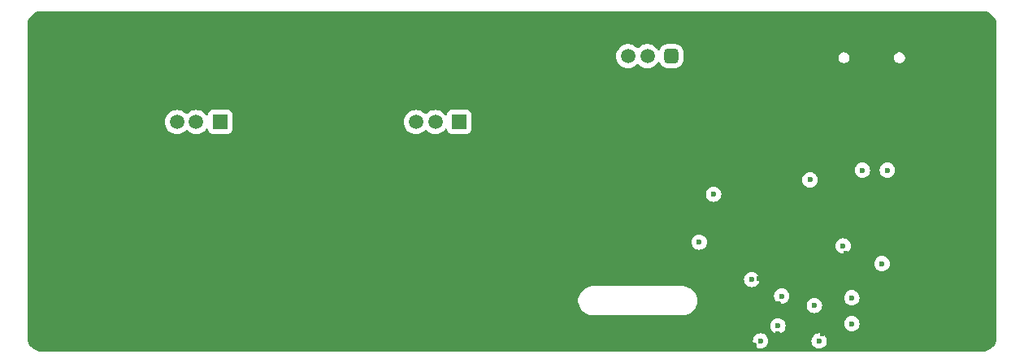
<source format=gbr>
%TF.GenerationSoftware,KiCad,Pcbnew,8.0.4*%
%TF.CreationDate,2024-10-24T20:47:50-05:00*%
%TF.ProjectId,numlocked_HUB,6e756d6c-6f63-46b6-9564-5f4855422e6b,rev?*%
%TF.SameCoordinates,Original*%
%TF.FileFunction,Copper,L2,Inr*%
%TF.FilePolarity,Positive*%
%FSLAX46Y46*%
G04 Gerber Fmt 4.6, Leading zero omitted, Abs format (unit mm)*
G04 Created by KiCad (PCBNEW 8.0.4) date 2024-10-24 20:47:50*
%MOMM*%
%LPD*%
G01*
G04 APERTURE LIST*
G04 Aperture macros list*
%AMRoundRect*
0 Rectangle with rounded corners*
0 $1 Rounding radius*
0 $2 $3 $4 $5 $6 $7 $8 $9 X,Y pos of 4 corners*
0 Add a 4 corners polygon primitive as box body*
4,1,4,$2,$3,$4,$5,$6,$7,$8,$9,$2,$3,0*
0 Add four circle primitives for the rounded corners*
1,1,$1+$1,$2,$3*
1,1,$1+$1,$4,$5*
1,1,$1+$1,$6,$7*
1,1,$1+$1,$8,$9*
0 Add four rect primitives between the rounded corners*
20,1,$1+$1,$2,$3,$4,$5,0*
20,1,$1+$1,$4,$5,$6,$7,0*
20,1,$1+$1,$6,$7,$8,$9,0*
20,1,$1+$1,$8,$9,$2,$3,0*%
G04 Aperture macros list end*
%TA.AperFunction,ComponentPad*%
%ADD10C,4.400000*%
%TD*%
%TA.AperFunction,ComponentPad*%
%ADD11O,1.000000X2.100000*%
%TD*%
%TA.AperFunction,ComponentPad*%
%ADD12O,1.000000X1.800000*%
%TD*%
%TA.AperFunction,ComponentPad*%
%ADD13R,1.508000X1.508000*%
%TD*%
%TA.AperFunction,ComponentPad*%
%ADD14C,1.508000*%
%TD*%
%TA.AperFunction,ComponentPad*%
%ADD15C,3.396000*%
%TD*%
%TA.AperFunction,ComponentPad*%
%ADD16RoundRect,0.377000X0.377000X0.377000X-0.377000X0.377000X-0.377000X-0.377000X0.377000X-0.377000X0*%
%TD*%
%TA.AperFunction,ComponentPad*%
%ADD17C,3.340000*%
%TD*%
%TA.AperFunction,ViaPad*%
%ADD18C,0.600000*%
%TD*%
%TA.AperFunction,ViaPad*%
%ADD19C,0.700000*%
%TD*%
G04 APERTURE END LIST*
D10*
%TO.N,GND*%
%TO.C,H3*%
X92000000Y-42500000D03*
%TD*%
%TO.N,GND*%
%TO.C,H6*%
X92000000Y-71000000D03*
%TD*%
D11*
%TO.N,GND*%
%TO.C,J1*%
X180797500Y-44380000D03*
X172157500Y-44380000D03*
D12*
X180797500Y-40200000D03*
X172157500Y-40200000D03*
%TD*%
D13*
%TO.N,+5V*%
%TO.C,J3*%
X133500000Y-50570000D03*
D14*
%TO.N,/USB_DOWN2_N*%
X131000000Y-50570000D03*
%TO.N,/USB_DOWN2_P*%
X129000000Y-50570000D03*
%TO.N,GND*%
X126500000Y-50570000D03*
D15*
X136570000Y-47860000D03*
X123430000Y-47860000D03*
%TD*%
D10*
%TO.N,GND*%
%TO.C,H4*%
X186000000Y-71000000D03*
%TD*%
D13*
%TO.N,+5V*%
%TO.C,J4*%
X108600000Y-50570000D03*
D14*
%TO.N,/USB_DOWN4_N*%
X106100000Y-50570000D03*
%TO.N,/USB_DOWN4_P*%
X104100000Y-50570000D03*
%TO.N,GND*%
X101600000Y-50570000D03*
D15*
X111670000Y-47860000D03*
X98530000Y-47860000D03*
%TD*%
D10*
%TO.N,GND*%
%TO.C,H1*%
X186000000Y-42500000D03*
%TD*%
%TO.N,GND*%
%TO.C,H2*%
X141300000Y-52400000D03*
%TD*%
%TO.N,GND*%
%TO.C,H2*%
X166000000Y-42500000D03*
%TD*%
D16*
%TO.N,+5V*%
%TO.C,J2*%
X155600000Y-43705000D03*
D14*
%TO.N,/USB_DOWN1_N*%
X153100000Y-43705000D03*
%TO.N,/USB_DOWN1_P*%
X151100000Y-43705000D03*
%TO.N,GND*%
X148600000Y-43705000D03*
D17*
X158670000Y-46415000D03*
X152100000Y-49915000D03*
X145530000Y-46415000D03*
%TD*%
D18*
%TO.N,GND*%
X154029677Y-65801303D03*
X152850000Y-65800000D03*
X154000000Y-64400000D03*
D19*
X117750000Y-57950000D03*
X159500000Y-64700000D03*
X166800000Y-61500000D03*
X161000000Y-55600000D03*
X92200000Y-59700000D03*
X119650000Y-57950000D03*
X175400000Y-66100000D03*
X92200000Y-55900000D03*
D18*
X178500000Y-49500000D03*
X186000000Y-60800000D03*
X171100000Y-67500000D03*
D19*
X175200000Y-62600000D03*
X103600000Y-43900000D03*
D18*
X171382417Y-72650000D03*
D19*
X166800000Y-63900000D03*
X162550000Y-55650000D03*
D18*
X186200000Y-55900000D03*
X186100000Y-65700000D03*
X164224008Y-73827830D03*
D19*
X162200000Y-48790000D03*
X165600000Y-62700000D03*
X126500000Y-48300000D03*
X168000000Y-62700000D03*
X165400000Y-53400000D03*
D18*
X183600000Y-60800000D03*
D19*
X92200000Y-57800000D03*
X168000000Y-61500000D03*
X159700000Y-59700000D03*
X148900000Y-66000000D03*
D18*
X165100000Y-57000000D03*
D19*
X168436999Y-56869581D03*
D18*
X163800000Y-65500000D03*
D19*
X165600000Y-63900000D03*
X171891637Y-56204519D03*
D18*
X166800011Y-69499989D03*
D19*
X105500000Y-43900000D03*
D18*
X167570487Y-70365000D03*
D19*
X101700000Y-43900000D03*
D18*
X164762767Y-66866989D03*
D19*
X170600000Y-48200000D03*
X115850000Y-57950000D03*
X126500000Y-52500000D03*
X163550000Y-47900000D03*
X161000000Y-49490000D03*
D18*
X166700000Y-72640274D03*
D19*
X128400000Y-48300000D03*
D18*
X175200000Y-60800000D03*
X181125000Y-49100000D03*
D19*
X101600000Y-52300000D03*
D18*
X175200000Y-59100000D03*
D19*
X165600000Y-61500000D03*
D18*
X173819879Y-64240783D03*
D19*
X130300000Y-48300000D03*
X168000000Y-63900000D03*
D18*
%TO.N,+5V*%
X178100000Y-55600000D03*
X171000000Y-73400000D03*
X175500000Y-55600000D03*
X170500000Y-69700000D03*
X164900000Y-73400000D03*
X174400000Y-68900000D03*
%TO.N,+3V3*%
X174400000Y-71600000D03*
X166700000Y-71840271D03*
X177550000Y-65350000D03*
X158500000Y-63100000D03*
X167100640Y-68724509D03*
X173500000Y-63500000D03*
X163973900Y-67000000D03*
X170052781Y-56608819D03*
X160000000Y-58100000D03*
%TD*%
%TA.AperFunction,Conductor*%
%TO.N,GND*%
G36*
X188004418Y-39000816D02*
G01*
X188204561Y-39015130D01*
X188222063Y-39017647D01*
X188413797Y-39059355D01*
X188430755Y-39064334D01*
X188614609Y-39132909D01*
X188630701Y-39140259D01*
X188802904Y-39234288D01*
X188817784Y-39243849D01*
X188974867Y-39361441D01*
X188988237Y-39373027D01*
X189126972Y-39511762D01*
X189138558Y-39525132D01*
X189256146Y-39682210D01*
X189265711Y-39697095D01*
X189359740Y-39869298D01*
X189367090Y-39885390D01*
X189435662Y-40069236D01*
X189440646Y-40086212D01*
X189482351Y-40277931D01*
X189484869Y-40295442D01*
X189499184Y-40495580D01*
X189499500Y-40504427D01*
X189499500Y-72995572D01*
X189499184Y-73004419D01*
X189484869Y-73204557D01*
X189482351Y-73222068D01*
X189440646Y-73413787D01*
X189435662Y-73430763D01*
X189367090Y-73614609D01*
X189359740Y-73630701D01*
X189265711Y-73802904D01*
X189256146Y-73817789D01*
X189138558Y-73974867D01*
X189126972Y-73988237D01*
X188988237Y-74126972D01*
X188974867Y-74138558D01*
X188817789Y-74256146D01*
X188802904Y-74265711D01*
X188630701Y-74359740D01*
X188614609Y-74367090D01*
X188430763Y-74435662D01*
X188413787Y-74440646D01*
X188222068Y-74482351D01*
X188204557Y-74484869D01*
X188023779Y-74497799D01*
X188004417Y-74499184D01*
X187995572Y-74499500D01*
X90004428Y-74499500D01*
X89995582Y-74499184D01*
X89973622Y-74497613D01*
X89795442Y-74484869D01*
X89777931Y-74482351D01*
X89586212Y-74440646D01*
X89569236Y-74435662D01*
X89385390Y-74367090D01*
X89369298Y-74359740D01*
X89197095Y-74265711D01*
X89182210Y-74256146D01*
X89025132Y-74138558D01*
X89011762Y-74126972D01*
X88873027Y-73988237D01*
X88861441Y-73974867D01*
X88743849Y-73817784D01*
X88734288Y-73802904D01*
X88640259Y-73630701D01*
X88632909Y-73614609D01*
X88564334Y-73430755D01*
X88559355Y-73413797D01*
X88556353Y-73399996D01*
X164094435Y-73399996D01*
X164094435Y-73400003D01*
X164114630Y-73579249D01*
X164114631Y-73579254D01*
X164174211Y-73749523D01*
X164207753Y-73802904D01*
X164270184Y-73902262D01*
X164397738Y-74029816D01*
X164550478Y-74125789D01*
X164586970Y-74138558D01*
X164720745Y-74185368D01*
X164720750Y-74185369D01*
X164899996Y-74205565D01*
X164900000Y-74205565D01*
X164900004Y-74205565D01*
X165079249Y-74185369D01*
X165079252Y-74185368D01*
X165079255Y-74185368D01*
X165249522Y-74125789D01*
X165402262Y-74029816D01*
X165529816Y-73902262D01*
X165625789Y-73749522D01*
X165685368Y-73579255D01*
X165705565Y-73400000D01*
X165705565Y-73399996D01*
X170194435Y-73399996D01*
X170194435Y-73400003D01*
X170214630Y-73579249D01*
X170214631Y-73579254D01*
X170274211Y-73749523D01*
X170307753Y-73802904D01*
X170370184Y-73902262D01*
X170497738Y-74029816D01*
X170650478Y-74125789D01*
X170686970Y-74138558D01*
X170820745Y-74185368D01*
X170820750Y-74185369D01*
X170999996Y-74205565D01*
X171000000Y-74205565D01*
X171000004Y-74205565D01*
X171179249Y-74185369D01*
X171179252Y-74185368D01*
X171179255Y-74185368D01*
X171349522Y-74125789D01*
X171502262Y-74029816D01*
X171629816Y-73902262D01*
X171725789Y-73749522D01*
X171785368Y-73579255D01*
X171805565Y-73400000D01*
X171785517Y-73222068D01*
X171785369Y-73220750D01*
X171785368Y-73220745D01*
X171725788Y-73050476D01*
X171629815Y-72897737D01*
X171502262Y-72770184D01*
X171349523Y-72674211D01*
X171179254Y-72614631D01*
X171179249Y-72614630D01*
X171000004Y-72594435D01*
X170999996Y-72594435D01*
X170820750Y-72614630D01*
X170820745Y-72614631D01*
X170650476Y-72674211D01*
X170497737Y-72770184D01*
X170370184Y-72897737D01*
X170274211Y-73050476D01*
X170214631Y-73220745D01*
X170214630Y-73220750D01*
X170194435Y-73399996D01*
X165705565Y-73399996D01*
X165685517Y-73222068D01*
X165685369Y-73220750D01*
X165685368Y-73220745D01*
X165625788Y-73050476D01*
X165529815Y-72897737D01*
X165402262Y-72770184D01*
X165249523Y-72674211D01*
X165079254Y-72614631D01*
X165079249Y-72614630D01*
X164900004Y-72594435D01*
X164899996Y-72594435D01*
X164720750Y-72614630D01*
X164720745Y-72614631D01*
X164550476Y-72674211D01*
X164397737Y-72770184D01*
X164270184Y-72897737D01*
X164174211Y-73050476D01*
X164114631Y-73220745D01*
X164114630Y-73220750D01*
X164094435Y-73399996D01*
X88556353Y-73399996D01*
X88517647Y-73222063D01*
X88515130Y-73204556D01*
X88500816Y-73004418D01*
X88500500Y-72995572D01*
X88500500Y-71840267D01*
X165894435Y-71840267D01*
X165894435Y-71840274D01*
X165914630Y-72019520D01*
X165914631Y-72019525D01*
X165974211Y-72189794D01*
X165999359Y-72229816D01*
X166070184Y-72342533D01*
X166197738Y-72470087D01*
X166350478Y-72566060D01*
X166489283Y-72614630D01*
X166520745Y-72625639D01*
X166520750Y-72625640D01*
X166699996Y-72645836D01*
X166700000Y-72645836D01*
X166700004Y-72645836D01*
X166879249Y-72625640D01*
X166879252Y-72625639D01*
X166879255Y-72625639D01*
X167049522Y-72566060D01*
X167202262Y-72470087D01*
X167329816Y-72342533D01*
X167425789Y-72189793D01*
X167485368Y-72019526D01*
X167485369Y-72019520D01*
X167505565Y-71840274D01*
X167505565Y-71840267D01*
X167485369Y-71661021D01*
X167485368Y-71661016D01*
X167464019Y-71600003D01*
X167464017Y-71599996D01*
X173594435Y-71599996D01*
X173594435Y-71600003D01*
X173614630Y-71779249D01*
X173614631Y-71779254D01*
X173674211Y-71949523D01*
X173718197Y-72019525D01*
X173770184Y-72102262D01*
X173897738Y-72229816D01*
X174050478Y-72325789D01*
X174098330Y-72342533D01*
X174220745Y-72385368D01*
X174220750Y-72385369D01*
X174399996Y-72405565D01*
X174400000Y-72405565D01*
X174400004Y-72405565D01*
X174579249Y-72385369D01*
X174579252Y-72385368D01*
X174579255Y-72385368D01*
X174749522Y-72325789D01*
X174902262Y-72229816D01*
X175029816Y-72102262D01*
X175125789Y-71949522D01*
X175185368Y-71779255D01*
X175198690Y-71661021D01*
X175205565Y-71600003D01*
X175205565Y-71599996D01*
X175185369Y-71420750D01*
X175185368Y-71420745D01*
X175125788Y-71250476D01*
X175029815Y-71097737D01*
X174902262Y-70970184D01*
X174749523Y-70874211D01*
X174579254Y-70814631D01*
X174579249Y-70814630D01*
X174400004Y-70794435D01*
X174399996Y-70794435D01*
X174220750Y-70814630D01*
X174220745Y-70814631D01*
X174050476Y-70874211D01*
X173897737Y-70970184D01*
X173770184Y-71097737D01*
X173674211Y-71250476D01*
X173614631Y-71420745D01*
X173614630Y-71420750D01*
X173594435Y-71599996D01*
X167464017Y-71599996D01*
X167425789Y-71490749D01*
X167329816Y-71338009D01*
X167202262Y-71210455D01*
X167049523Y-71114482D01*
X166879254Y-71054902D01*
X166879249Y-71054901D01*
X166700004Y-71034706D01*
X166699996Y-71034706D01*
X166520750Y-71054901D01*
X166520745Y-71054902D01*
X166350476Y-71114482D01*
X166197737Y-71210455D01*
X166070184Y-71338008D01*
X165974211Y-71490747D01*
X165914631Y-71661016D01*
X165914630Y-71661021D01*
X165894435Y-71840267D01*
X88500500Y-71840267D01*
X88500500Y-69092682D01*
X145899500Y-69092682D01*
X145899500Y-69307317D01*
X145930044Y-69519764D01*
X145930047Y-69519774D01*
X145990517Y-69725715D01*
X146079672Y-69920938D01*
X146079679Y-69920951D01*
X146195720Y-70101514D01*
X146336275Y-70263724D01*
X146412550Y-70329816D01*
X146498487Y-70404281D01*
X146624662Y-70485368D01*
X146679048Y-70520320D01*
X146679061Y-70520327D01*
X146874284Y-70609482D01*
X146874288Y-70609483D01*
X146874290Y-70609484D01*
X147080231Y-70669954D01*
X147080232Y-70669954D01*
X147080235Y-70669955D01*
X147143584Y-70679062D01*
X147292682Y-70700500D01*
X147292683Y-70700500D01*
X156907317Y-70700500D01*
X156907318Y-70700500D01*
X157077851Y-70675980D01*
X157119764Y-70669955D01*
X157119765Y-70669954D01*
X157119769Y-70669954D01*
X157325710Y-70609484D01*
X157325713Y-70609482D01*
X157325715Y-70609482D01*
X157520938Y-70520327D01*
X157520944Y-70520323D01*
X157520950Y-70520321D01*
X157701513Y-70404281D01*
X157863724Y-70263724D01*
X158004281Y-70101513D01*
X158120321Y-69920950D01*
X158120323Y-69920944D01*
X158120327Y-69920938D01*
X158209482Y-69725715D01*
X158209482Y-69725713D01*
X158209484Y-69725710D01*
X158217034Y-69699996D01*
X169694435Y-69699996D01*
X169694435Y-69700003D01*
X169714630Y-69879249D01*
X169714631Y-69879254D01*
X169774211Y-70049523D01*
X169870184Y-70202262D01*
X169997738Y-70329816D01*
X170150478Y-70425789D01*
X170320745Y-70485368D01*
X170320750Y-70485369D01*
X170499996Y-70505565D01*
X170500000Y-70505565D01*
X170500004Y-70505565D01*
X170679249Y-70485369D01*
X170679252Y-70485368D01*
X170679255Y-70485368D01*
X170849522Y-70425789D01*
X171002262Y-70329816D01*
X171129816Y-70202262D01*
X171225789Y-70049522D01*
X171285368Y-69879255D01*
X171302668Y-69725715D01*
X171305565Y-69700003D01*
X171305565Y-69699996D01*
X171285369Y-69520750D01*
X171285368Y-69520745D01*
X171281565Y-69509877D01*
X171225789Y-69350478D01*
X171198668Y-69307316D01*
X171162354Y-69249522D01*
X171129816Y-69197738D01*
X171002262Y-69070184D01*
X170849523Y-68974211D01*
X170679254Y-68914631D01*
X170679249Y-68914630D01*
X170549362Y-68899996D01*
X173594435Y-68899996D01*
X173594435Y-68900003D01*
X173614630Y-69079249D01*
X173614631Y-69079254D01*
X173674211Y-69249523D01*
X173740063Y-69354325D01*
X173770184Y-69402262D01*
X173897738Y-69529816D01*
X174050478Y-69625789D01*
X174220745Y-69685368D01*
X174220750Y-69685369D01*
X174399996Y-69705565D01*
X174400000Y-69705565D01*
X174400004Y-69705565D01*
X174579249Y-69685369D01*
X174579252Y-69685368D01*
X174579255Y-69685368D01*
X174749522Y-69625789D01*
X174902262Y-69529816D01*
X175029816Y-69402262D01*
X175125789Y-69249522D01*
X175185368Y-69079255D01*
X175185369Y-69079249D01*
X175205565Y-68900003D01*
X175205565Y-68899996D01*
X175185369Y-68720750D01*
X175185368Y-68720745D01*
X175125788Y-68550476D01*
X175080908Y-68479050D01*
X175029816Y-68397738D01*
X174902262Y-68270184D01*
X174825971Y-68222247D01*
X174749523Y-68174211D01*
X174579254Y-68114631D01*
X174579249Y-68114630D01*
X174400004Y-68094435D01*
X174399996Y-68094435D01*
X174220750Y-68114630D01*
X174220745Y-68114631D01*
X174050476Y-68174211D01*
X173897737Y-68270184D01*
X173770184Y-68397737D01*
X173674211Y-68550476D01*
X173614631Y-68720745D01*
X173614630Y-68720750D01*
X173594435Y-68899996D01*
X170549362Y-68899996D01*
X170500004Y-68894435D01*
X170499996Y-68894435D01*
X170320750Y-68914630D01*
X170320745Y-68914631D01*
X170150476Y-68974211D01*
X169997737Y-69070184D01*
X169870184Y-69197737D01*
X169774211Y-69350476D01*
X169714631Y-69520745D01*
X169714630Y-69520750D01*
X169694435Y-69699996D01*
X158217034Y-69699996D01*
X158269954Y-69519769D01*
X158300500Y-69307318D01*
X158300500Y-69200000D01*
X158300500Y-69134108D01*
X158300500Y-69092682D01*
X158273338Y-68903764D01*
X158269955Y-68880235D01*
X158269952Y-68880225D01*
X158231705Y-68749966D01*
X158224229Y-68724505D01*
X166295075Y-68724505D01*
X166295075Y-68724512D01*
X166315270Y-68903758D01*
X166315271Y-68903763D01*
X166374851Y-69074032D01*
X166412600Y-69134108D01*
X166470824Y-69226771D01*
X166598378Y-69354325D01*
X166751118Y-69450298D01*
X166921385Y-69509877D01*
X166921390Y-69509878D01*
X167100636Y-69530074D01*
X167100640Y-69530074D01*
X167100644Y-69530074D01*
X167279889Y-69509878D01*
X167279892Y-69509877D01*
X167279895Y-69509877D01*
X167450162Y-69450298D01*
X167602902Y-69354325D01*
X167730456Y-69226771D01*
X167826429Y-69074031D01*
X167886008Y-68903764D01*
X167887059Y-68894435D01*
X167906205Y-68724512D01*
X167906205Y-68724505D01*
X167886009Y-68545259D01*
X167886008Y-68545254D01*
X167862842Y-68479050D01*
X167826429Y-68374987D01*
X167730456Y-68222247D01*
X167602902Y-68094693D01*
X167602491Y-68094435D01*
X167450163Y-67998720D01*
X167279894Y-67939140D01*
X167279889Y-67939139D01*
X167100644Y-67918944D01*
X167100636Y-67918944D01*
X166921390Y-67939139D01*
X166921385Y-67939140D01*
X166751116Y-67998720D01*
X166598377Y-68094693D01*
X166470824Y-68222246D01*
X166374851Y-68374985D01*
X166315271Y-68545254D01*
X166315270Y-68545259D01*
X166295075Y-68724505D01*
X158224229Y-68724505D01*
X158209484Y-68674290D01*
X158209483Y-68674288D01*
X158209482Y-68674284D01*
X158120327Y-68479061D01*
X158120320Y-68479048D01*
X158053443Y-68374985D01*
X158004281Y-68298487D01*
X157971172Y-68260277D01*
X157863724Y-68136275D01*
X157701514Y-67995720D01*
X157701513Y-67995719D01*
X157636991Y-67954253D01*
X157520951Y-67879679D01*
X157520938Y-67879672D01*
X157325715Y-67790517D01*
X157119774Y-67730047D01*
X157119764Y-67730044D01*
X156928754Y-67702582D01*
X156907318Y-67699500D01*
X156865892Y-67699500D01*
X147465892Y-67699500D01*
X147400000Y-67699500D01*
X147292682Y-67699500D01*
X147080235Y-67730044D01*
X147080225Y-67730047D01*
X146874284Y-67790517D01*
X146679061Y-67879672D01*
X146679048Y-67879679D01*
X146498485Y-67995720D01*
X146336275Y-68136275D01*
X146195720Y-68298485D01*
X146079679Y-68479048D01*
X146079672Y-68479061D01*
X145990517Y-68674284D01*
X145930047Y-68880225D01*
X145930044Y-68880235D01*
X145899500Y-69092682D01*
X88500500Y-69092682D01*
X88500500Y-66999996D01*
X163168335Y-66999996D01*
X163168335Y-67000003D01*
X163188530Y-67179249D01*
X163188531Y-67179254D01*
X163248111Y-67349523D01*
X163344084Y-67502262D01*
X163471638Y-67629816D01*
X163624378Y-67725789D01*
X163636547Y-67730047D01*
X163794645Y-67785368D01*
X163794650Y-67785369D01*
X163973896Y-67805565D01*
X163973900Y-67805565D01*
X163973904Y-67805565D01*
X164153149Y-67785369D01*
X164153152Y-67785368D01*
X164153155Y-67785368D01*
X164323422Y-67725789D01*
X164476162Y-67629816D01*
X164603716Y-67502262D01*
X164699689Y-67349522D01*
X164759268Y-67179255D01*
X164779465Y-67000000D01*
X164759268Y-66820745D01*
X164699689Y-66650478D01*
X164603716Y-66497738D01*
X164476162Y-66370184D01*
X164323423Y-66274211D01*
X164153154Y-66214631D01*
X164153149Y-66214630D01*
X163973904Y-66194435D01*
X163973896Y-66194435D01*
X163794650Y-66214630D01*
X163794645Y-66214631D01*
X163624376Y-66274211D01*
X163471637Y-66370184D01*
X163344084Y-66497737D01*
X163248111Y-66650476D01*
X163188531Y-66820745D01*
X163188530Y-66820750D01*
X163168335Y-66999996D01*
X88500500Y-66999996D01*
X88500500Y-65349996D01*
X176744435Y-65349996D01*
X176744435Y-65350003D01*
X176764630Y-65529249D01*
X176764631Y-65529254D01*
X176824211Y-65699523D01*
X176920184Y-65852262D01*
X177047738Y-65979816D01*
X177200478Y-66075789D01*
X177370745Y-66135368D01*
X177370750Y-66135369D01*
X177549996Y-66155565D01*
X177550000Y-66155565D01*
X177550004Y-66155565D01*
X177729249Y-66135369D01*
X177729252Y-66135368D01*
X177729255Y-66135368D01*
X177899522Y-66075789D01*
X178052262Y-65979816D01*
X178179816Y-65852262D01*
X178275789Y-65699522D01*
X178335368Y-65529255D01*
X178355565Y-65350000D01*
X178335368Y-65170745D01*
X178275789Y-65000478D01*
X178179816Y-64847738D01*
X178052262Y-64720184D01*
X177899523Y-64624211D01*
X177729254Y-64564631D01*
X177729249Y-64564630D01*
X177550004Y-64544435D01*
X177549996Y-64544435D01*
X177370750Y-64564630D01*
X177370745Y-64564631D01*
X177200476Y-64624211D01*
X177047737Y-64720184D01*
X176920184Y-64847737D01*
X176824211Y-65000476D01*
X176764631Y-65170745D01*
X176764630Y-65170750D01*
X176744435Y-65349996D01*
X88500500Y-65349996D01*
X88500500Y-63099996D01*
X157694435Y-63099996D01*
X157694435Y-63100003D01*
X157714630Y-63279249D01*
X157714631Y-63279254D01*
X157774211Y-63449523D01*
X157805926Y-63499996D01*
X157870184Y-63602262D01*
X157997738Y-63729816D01*
X158150478Y-63825789D01*
X158218306Y-63849523D01*
X158320745Y-63885368D01*
X158320750Y-63885369D01*
X158499996Y-63905565D01*
X158500000Y-63905565D01*
X158500004Y-63905565D01*
X158679249Y-63885369D01*
X158679252Y-63885368D01*
X158679255Y-63885368D01*
X158849522Y-63825789D01*
X159002262Y-63729816D01*
X159129816Y-63602262D01*
X159194074Y-63499996D01*
X172694435Y-63499996D01*
X172694435Y-63500003D01*
X172714630Y-63679249D01*
X172714631Y-63679254D01*
X172774211Y-63849523D01*
X172796735Y-63885369D01*
X172870184Y-64002262D01*
X172997738Y-64129816D01*
X173150478Y-64225789D01*
X173320745Y-64285368D01*
X173320750Y-64285369D01*
X173499996Y-64305565D01*
X173500000Y-64305565D01*
X173500004Y-64305565D01*
X173679249Y-64285369D01*
X173679252Y-64285368D01*
X173679255Y-64285368D01*
X173849522Y-64225789D01*
X174002262Y-64129816D01*
X174129816Y-64002262D01*
X174225789Y-63849522D01*
X174285368Y-63679255D01*
X174305565Y-63500000D01*
X174285368Y-63320745D01*
X174225789Y-63150478D01*
X174129816Y-62997738D01*
X174002262Y-62870184D01*
X173849523Y-62774211D01*
X173679254Y-62714631D01*
X173679249Y-62714630D01*
X173500004Y-62694435D01*
X173499996Y-62694435D01*
X173320750Y-62714630D01*
X173320745Y-62714631D01*
X173150476Y-62774211D01*
X172997737Y-62870184D01*
X172870184Y-62997737D01*
X172774211Y-63150476D01*
X172714631Y-63320745D01*
X172714630Y-63320750D01*
X172694435Y-63499996D01*
X159194074Y-63499996D01*
X159225789Y-63449522D01*
X159285368Y-63279255D01*
X159305565Y-63100000D01*
X159285368Y-62920745D01*
X159225789Y-62750478D01*
X159203265Y-62714632D01*
X159129815Y-62597737D01*
X159002262Y-62470184D01*
X158849523Y-62374211D01*
X158679254Y-62314631D01*
X158679249Y-62314630D01*
X158500004Y-62294435D01*
X158499996Y-62294435D01*
X158320750Y-62314630D01*
X158320745Y-62314631D01*
X158150476Y-62374211D01*
X157997737Y-62470184D01*
X157870184Y-62597737D01*
X157774211Y-62750476D01*
X157714631Y-62920745D01*
X157714630Y-62920750D01*
X157694435Y-63099996D01*
X88500500Y-63099996D01*
X88500500Y-58099996D01*
X159194435Y-58099996D01*
X159194435Y-58100003D01*
X159214630Y-58279249D01*
X159214631Y-58279254D01*
X159274211Y-58449523D01*
X159370184Y-58602262D01*
X159497738Y-58729816D01*
X159650478Y-58825789D01*
X159820745Y-58885368D01*
X159820750Y-58885369D01*
X159999996Y-58905565D01*
X160000000Y-58905565D01*
X160000004Y-58905565D01*
X160179249Y-58885369D01*
X160179252Y-58885368D01*
X160179255Y-58885368D01*
X160349522Y-58825789D01*
X160502262Y-58729816D01*
X160629816Y-58602262D01*
X160725789Y-58449522D01*
X160785368Y-58279255D01*
X160805565Y-58100000D01*
X160785368Y-57920745D01*
X160725789Y-57750478D01*
X160629816Y-57597738D01*
X160502262Y-57470184D01*
X160413457Y-57414384D01*
X160349523Y-57374211D01*
X160179254Y-57314631D01*
X160179249Y-57314630D01*
X160000004Y-57294435D01*
X159999996Y-57294435D01*
X159820750Y-57314630D01*
X159820745Y-57314631D01*
X159650476Y-57374211D01*
X159497737Y-57470184D01*
X159370184Y-57597737D01*
X159274211Y-57750476D01*
X159214631Y-57920745D01*
X159214630Y-57920750D01*
X159194435Y-58099996D01*
X88500500Y-58099996D01*
X88500500Y-56608815D01*
X169247216Y-56608815D01*
X169247216Y-56608822D01*
X169267411Y-56788068D01*
X169267412Y-56788073D01*
X169326992Y-56958342D01*
X169422965Y-57111081D01*
X169550519Y-57238635D01*
X169703259Y-57334608D01*
X169816438Y-57374211D01*
X169873526Y-57394187D01*
X169873531Y-57394188D01*
X170052777Y-57414384D01*
X170052781Y-57414384D01*
X170052785Y-57414384D01*
X170232030Y-57394188D01*
X170232033Y-57394187D01*
X170232036Y-57394187D01*
X170402303Y-57334608D01*
X170555043Y-57238635D01*
X170682597Y-57111081D01*
X170778570Y-56958341D01*
X170838149Y-56788074D01*
X170858346Y-56608819D01*
X170838149Y-56429564D01*
X170778570Y-56259297D01*
X170682597Y-56106557D01*
X170555043Y-55979003D01*
X170508126Y-55949523D01*
X170402304Y-55883030D01*
X170232035Y-55823450D01*
X170232030Y-55823449D01*
X170052785Y-55803254D01*
X170052777Y-55803254D01*
X169873531Y-55823449D01*
X169873526Y-55823450D01*
X169703257Y-55883030D01*
X169550518Y-55979003D01*
X169422965Y-56106556D01*
X169326992Y-56259295D01*
X169267412Y-56429564D01*
X169267411Y-56429569D01*
X169247216Y-56608815D01*
X88500500Y-56608815D01*
X88500500Y-55599996D01*
X174694435Y-55599996D01*
X174694435Y-55600003D01*
X174714630Y-55779249D01*
X174714631Y-55779254D01*
X174774211Y-55949523D01*
X174792735Y-55979003D01*
X174870184Y-56102262D01*
X174997738Y-56229816D01*
X175150478Y-56325789D01*
X175320745Y-56385368D01*
X175320750Y-56385369D01*
X175499996Y-56405565D01*
X175500000Y-56405565D01*
X175500004Y-56405565D01*
X175679249Y-56385369D01*
X175679252Y-56385368D01*
X175679255Y-56385368D01*
X175849522Y-56325789D01*
X176002262Y-56229816D01*
X176129816Y-56102262D01*
X176225789Y-55949522D01*
X176285368Y-55779255D01*
X176305565Y-55600000D01*
X176305565Y-55599996D01*
X177294435Y-55599996D01*
X177294435Y-55600003D01*
X177314630Y-55779249D01*
X177314631Y-55779254D01*
X177374211Y-55949523D01*
X177392735Y-55979003D01*
X177470184Y-56102262D01*
X177597738Y-56229816D01*
X177750478Y-56325789D01*
X177920745Y-56385368D01*
X177920750Y-56385369D01*
X178099996Y-56405565D01*
X178100000Y-56405565D01*
X178100004Y-56405565D01*
X178279249Y-56385369D01*
X178279252Y-56385368D01*
X178279255Y-56385368D01*
X178449522Y-56325789D01*
X178602262Y-56229816D01*
X178729816Y-56102262D01*
X178825789Y-55949522D01*
X178885368Y-55779255D01*
X178905565Y-55600000D01*
X178885368Y-55420745D01*
X178825789Y-55250478D01*
X178729816Y-55097738D01*
X178602262Y-54970184D01*
X178449523Y-54874211D01*
X178279254Y-54814631D01*
X178279249Y-54814630D01*
X178100004Y-54794435D01*
X178099996Y-54794435D01*
X177920750Y-54814630D01*
X177920745Y-54814631D01*
X177750476Y-54874211D01*
X177597737Y-54970184D01*
X177470184Y-55097737D01*
X177374211Y-55250476D01*
X177314631Y-55420745D01*
X177314630Y-55420750D01*
X177294435Y-55599996D01*
X176305565Y-55599996D01*
X176285368Y-55420745D01*
X176225789Y-55250478D01*
X176129816Y-55097738D01*
X176002262Y-54970184D01*
X175849523Y-54874211D01*
X175679254Y-54814631D01*
X175679249Y-54814630D01*
X175500004Y-54794435D01*
X175499996Y-54794435D01*
X175320750Y-54814630D01*
X175320745Y-54814631D01*
X175150476Y-54874211D01*
X174997737Y-54970184D01*
X174870184Y-55097737D01*
X174774211Y-55250476D01*
X174714631Y-55420745D01*
X174714630Y-55420750D01*
X174694435Y-55599996D01*
X88500500Y-55599996D01*
X88500500Y-50569997D01*
X102840708Y-50569997D01*
X102840708Y-50570000D01*
X102859839Y-50788674D01*
X102916653Y-51000703D01*
X102916654Y-51000706D01*
X102916655Y-51000708D01*
X103009419Y-51199642D01*
X103009423Y-51199650D01*
X103135322Y-51379452D01*
X103135327Y-51379458D01*
X103290541Y-51534672D01*
X103290547Y-51534677D01*
X103470349Y-51660576D01*
X103470351Y-51660577D01*
X103470354Y-51660579D01*
X103669297Y-51753347D01*
X103881326Y-51810161D01*
X104037521Y-51823826D01*
X104099998Y-51829292D01*
X104100000Y-51829292D01*
X104100002Y-51829292D01*
X104154797Y-51824498D01*
X104318674Y-51810161D01*
X104530703Y-51753347D01*
X104729646Y-51660579D01*
X104909457Y-51534674D01*
X105012319Y-51431812D01*
X105073642Y-51398327D01*
X105143334Y-51403311D01*
X105187681Y-51431812D01*
X105290541Y-51534672D01*
X105290547Y-51534677D01*
X105470349Y-51660576D01*
X105470351Y-51660577D01*
X105470354Y-51660579D01*
X105669297Y-51753347D01*
X105881326Y-51810161D01*
X106037521Y-51823826D01*
X106099998Y-51829292D01*
X106100000Y-51829292D01*
X106100002Y-51829292D01*
X106154797Y-51824498D01*
X106318674Y-51810161D01*
X106530703Y-51753347D01*
X106729646Y-51660579D01*
X106909457Y-51534674D01*
X107064674Y-51379457D01*
X107119926Y-51300547D01*
X107174501Y-51256924D01*
X107243999Y-51249730D01*
X107306354Y-51281252D01*
X107341769Y-51341481D01*
X107345120Y-51368573D01*
X107345146Y-51368571D01*
X107345146Y-51368573D01*
X107345324Y-51368564D01*
X107345479Y-51371473D01*
X107345500Y-51371637D01*
X107345500Y-51371852D01*
X107345501Y-51371876D01*
X107351908Y-51431483D01*
X107402202Y-51566328D01*
X107402206Y-51566335D01*
X107488452Y-51681544D01*
X107488455Y-51681547D01*
X107603664Y-51767793D01*
X107603671Y-51767797D01*
X107738517Y-51818091D01*
X107738516Y-51818091D01*
X107745444Y-51818835D01*
X107798127Y-51824500D01*
X109401872Y-51824499D01*
X109461483Y-51818091D01*
X109596331Y-51767796D01*
X109711546Y-51681546D01*
X109797796Y-51566331D01*
X109848091Y-51431483D01*
X109854500Y-51371873D01*
X109854499Y-50569997D01*
X127740708Y-50569997D01*
X127740708Y-50570000D01*
X127759839Y-50788674D01*
X127816653Y-51000703D01*
X127816654Y-51000706D01*
X127816655Y-51000708D01*
X127909419Y-51199642D01*
X127909423Y-51199650D01*
X128035322Y-51379452D01*
X128035327Y-51379458D01*
X128190541Y-51534672D01*
X128190547Y-51534677D01*
X128370349Y-51660576D01*
X128370351Y-51660577D01*
X128370354Y-51660579D01*
X128569297Y-51753347D01*
X128781326Y-51810161D01*
X128937521Y-51823826D01*
X128999998Y-51829292D01*
X129000000Y-51829292D01*
X129000002Y-51829292D01*
X129054797Y-51824498D01*
X129218674Y-51810161D01*
X129430703Y-51753347D01*
X129629646Y-51660579D01*
X129809457Y-51534674D01*
X129912319Y-51431812D01*
X129973642Y-51398327D01*
X130043334Y-51403311D01*
X130087681Y-51431812D01*
X130190541Y-51534672D01*
X130190547Y-51534677D01*
X130370349Y-51660576D01*
X130370351Y-51660577D01*
X130370354Y-51660579D01*
X130569297Y-51753347D01*
X130781326Y-51810161D01*
X130937521Y-51823826D01*
X130999998Y-51829292D01*
X131000000Y-51829292D01*
X131000002Y-51829292D01*
X131054797Y-51824498D01*
X131218674Y-51810161D01*
X131430703Y-51753347D01*
X131629646Y-51660579D01*
X131809457Y-51534674D01*
X131964674Y-51379457D01*
X132019926Y-51300547D01*
X132074501Y-51256924D01*
X132143999Y-51249730D01*
X132206354Y-51281252D01*
X132241769Y-51341481D01*
X132245120Y-51368573D01*
X132245146Y-51368571D01*
X132245146Y-51368573D01*
X132245324Y-51368564D01*
X132245479Y-51371473D01*
X132245500Y-51371637D01*
X132245500Y-51371852D01*
X132245501Y-51371876D01*
X132251908Y-51431483D01*
X132302202Y-51566328D01*
X132302206Y-51566335D01*
X132388452Y-51681544D01*
X132388455Y-51681547D01*
X132503664Y-51767793D01*
X132503671Y-51767797D01*
X132638517Y-51818091D01*
X132638516Y-51818091D01*
X132645444Y-51818835D01*
X132698127Y-51824500D01*
X134301872Y-51824499D01*
X134361483Y-51818091D01*
X134496331Y-51767796D01*
X134611546Y-51681546D01*
X134697796Y-51566331D01*
X134748091Y-51431483D01*
X134754500Y-51371873D01*
X134754499Y-49768128D01*
X134748091Y-49708517D01*
X134747968Y-49708188D01*
X134697797Y-49573671D01*
X134697793Y-49573664D01*
X134611547Y-49458455D01*
X134611544Y-49458452D01*
X134496335Y-49372206D01*
X134496328Y-49372202D01*
X134361482Y-49321908D01*
X134361483Y-49321908D01*
X134301883Y-49315501D01*
X134301881Y-49315500D01*
X134301873Y-49315500D01*
X134301864Y-49315500D01*
X132698129Y-49315500D01*
X132698123Y-49315501D01*
X132638516Y-49321908D01*
X132503671Y-49372202D01*
X132503664Y-49372206D01*
X132388455Y-49458452D01*
X132388452Y-49458455D01*
X132302206Y-49573664D01*
X132302202Y-49573671D01*
X132251908Y-49708517D01*
X132246315Y-49760543D01*
X132245501Y-49768123D01*
X132245500Y-49768135D01*
X132245500Y-49768326D01*
X132245487Y-49768368D01*
X132245322Y-49771452D01*
X132244593Y-49771412D01*
X132225815Y-49835365D01*
X132173011Y-49881120D01*
X132103853Y-49891064D01*
X132040297Y-49862039D01*
X132019925Y-49839449D01*
X131994353Y-49802929D01*
X131964674Y-49760543D01*
X131809457Y-49605326D01*
X131809455Y-49605325D01*
X131809452Y-49605322D01*
X131629650Y-49479423D01*
X131629642Y-49479419D01*
X131430708Y-49386655D01*
X131430706Y-49386654D01*
X131430703Y-49386653D01*
X131279885Y-49346240D01*
X131218675Y-49329839D01*
X131218668Y-49329838D01*
X131000002Y-49310708D01*
X130999998Y-49310708D01*
X130781331Y-49329838D01*
X130781324Y-49329839D01*
X130658902Y-49362642D01*
X130569297Y-49386653D01*
X130569295Y-49386653D01*
X130569291Y-49386655D01*
X130370357Y-49479419D01*
X130370349Y-49479423D01*
X130190547Y-49605322D01*
X130190541Y-49605327D01*
X130087681Y-49708188D01*
X130026358Y-49741673D01*
X129956666Y-49736689D01*
X129912319Y-49708188D01*
X129809458Y-49605327D01*
X129809452Y-49605322D01*
X129629650Y-49479423D01*
X129629642Y-49479419D01*
X129430708Y-49386655D01*
X129430706Y-49386654D01*
X129430703Y-49386653D01*
X129279885Y-49346240D01*
X129218675Y-49329839D01*
X129218668Y-49329838D01*
X129000002Y-49310708D01*
X128999998Y-49310708D01*
X128781331Y-49329838D01*
X128781324Y-49329839D01*
X128658902Y-49362642D01*
X128569297Y-49386653D01*
X128569295Y-49386653D01*
X128569291Y-49386655D01*
X128370357Y-49479419D01*
X128370349Y-49479423D01*
X128190547Y-49605322D01*
X128190541Y-49605327D01*
X128035327Y-49760541D01*
X128035322Y-49760547D01*
X127909423Y-49940349D01*
X127909419Y-49940357D01*
X127816655Y-50139291D01*
X127759839Y-50351324D01*
X127759838Y-50351331D01*
X127740708Y-50569997D01*
X109854499Y-50569997D01*
X109854499Y-49768128D01*
X109848091Y-49708517D01*
X109847968Y-49708188D01*
X109797797Y-49573671D01*
X109797793Y-49573664D01*
X109711547Y-49458455D01*
X109711544Y-49458452D01*
X109596335Y-49372206D01*
X109596328Y-49372202D01*
X109461482Y-49321908D01*
X109461483Y-49321908D01*
X109401883Y-49315501D01*
X109401881Y-49315500D01*
X109401873Y-49315500D01*
X109401864Y-49315500D01*
X107798129Y-49315500D01*
X107798123Y-49315501D01*
X107738516Y-49321908D01*
X107603671Y-49372202D01*
X107603664Y-49372206D01*
X107488455Y-49458452D01*
X107488452Y-49458455D01*
X107402206Y-49573664D01*
X107402202Y-49573671D01*
X107351908Y-49708517D01*
X107346315Y-49760543D01*
X107345501Y-49768123D01*
X107345500Y-49768135D01*
X107345500Y-49768326D01*
X107345487Y-49768368D01*
X107345322Y-49771452D01*
X107344593Y-49771412D01*
X107325815Y-49835365D01*
X107273011Y-49881120D01*
X107203853Y-49891064D01*
X107140297Y-49862039D01*
X107119925Y-49839449D01*
X107094353Y-49802929D01*
X107064674Y-49760543D01*
X106909457Y-49605326D01*
X106909455Y-49605325D01*
X106909452Y-49605322D01*
X106729650Y-49479423D01*
X106729642Y-49479419D01*
X106530708Y-49386655D01*
X106530706Y-49386654D01*
X106530703Y-49386653D01*
X106379885Y-49346240D01*
X106318675Y-49329839D01*
X106318668Y-49329838D01*
X106100002Y-49310708D01*
X106099998Y-49310708D01*
X105881331Y-49329838D01*
X105881324Y-49329839D01*
X105758902Y-49362642D01*
X105669297Y-49386653D01*
X105669295Y-49386653D01*
X105669291Y-49386655D01*
X105470357Y-49479419D01*
X105470349Y-49479423D01*
X105290547Y-49605322D01*
X105290541Y-49605327D01*
X105187681Y-49708188D01*
X105126358Y-49741673D01*
X105056666Y-49736689D01*
X105012319Y-49708188D01*
X104909458Y-49605327D01*
X104909452Y-49605322D01*
X104729650Y-49479423D01*
X104729642Y-49479419D01*
X104530708Y-49386655D01*
X104530706Y-49386654D01*
X104530703Y-49386653D01*
X104379885Y-49346240D01*
X104318675Y-49329839D01*
X104318668Y-49329838D01*
X104100002Y-49310708D01*
X104099998Y-49310708D01*
X103881331Y-49329838D01*
X103881324Y-49329839D01*
X103758902Y-49362642D01*
X103669297Y-49386653D01*
X103669295Y-49386653D01*
X103669291Y-49386655D01*
X103470357Y-49479419D01*
X103470349Y-49479423D01*
X103290547Y-49605322D01*
X103290541Y-49605327D01*
X103135327Y-49760541D01*
X103135322Y-49760547D01*
X103009423Y-49940349D01*
X103009419Y-49940357D01*
X102916655Y-50139291D01*
X102859839Y-50351324D01*
X102859838Y-50351331D01*
X102840708Y-50569997D01*
X88500500Y-50569997D01*
X88500500Y-43704997D01*
X149840708Y-43704997D01*
X149840708Y-43705002D01*
X149849389Y-43804236D01*
X149859839Y-43923674D01*
X149916653Y-44135703D01*
X149916654Y-44135706D01*
X149916655Y-44135708D01*
X150009419Y-44334642D01*
X150009423Y-44334650D01*
X150135322Y-44514452D01*
X150135327Y-44514458D01*
X150290541Y-44669672D01*
X150290547Y-44669677D01*
X150470349Y-44795576D01*
X150470351Y-44795577D01*
X150470354Y-44795579D01*
X150669297Y-44888347D01*
X150881326Y-44945161D01*
X151037521Y-44958826D01*
X151099998Y-44964292D01*
X151100000Y-44964292D01*
X151100002Y-44964292D01*
X151154774Y-44959500D01*
X151318674Y-44945161D01*
X151530703Y-44888347D01*
X151729646Y-44795579D01*
X151909457Y-44669674D01*
X152012319Y-44566812D01*
X152073642Y-44533327D01*
X152143334Y-44538311D01*
X152187681Y-44566812D01*
X152290541Y-44669672D01*
X152290547Y-44669677D01*
X152470349Y-44795576D01*
X152470351Y-44795577D01*
X152470354Y-44795579D01*
X152669297Y-44888347D01*
X152881326Y-44945161D01*
X153037521Y-44958826D01*
X153099998Y-44964292D01*
X153100000Y-44964292D01*
X153100002Y-44964292D01*
X153154774Y-44959500D01*
X153318674Y-44945161D01*
X153530703Y-44888347D01*
X153729646Y-44795579D01*
X153909457Y-44669674D01*
X154064674Y-44514457D01*
X154175714Y-44355875D01*
X154230288Y-44312252D01*
X154299787Y-44305058D01*
X154362142Y-44336580D01*
X154391207Y-44380500D01*
X154391483Y-44380364D01*
X154392576Y-44382569D01*
X154393679Y-44384235D01*
X154394468Y-44386383D01*
X154479274Y-44557379D01*
X154486857Y-44566812D01*
X154598855Y-44706145D01*
X154747620Y-44825725D01*
X154918613Y-44910530D01*
X155103839Y-44956594D01*
X155146696Y-44959500D01*
X155146697Y-44959500D01*
X156053303Y-44959500D01*
X156053304Y-44959500D01*
X156096161Y-44956594D01*
X156281387Y-44910530D01*
X156452380Y-44825725D01*
X156601145Y-44706145D01*
X156720725Y-44557380D01*
X156805530Y-44386387D01*
X156851594Y-44201161D01*
X156854500Y-44158304D01*
X156854500Y-43804234D01*
X173012000Y-43804234D01*
X173012000Y-43955765D01*
X173051219Y-44102136D01*
X173070602Y-44135708D01*
X173126985Y-44233365D01*
X173234135Y-44340515D01*
X173365365Y-44416281D01*
X173511734Y-44455500D01*
X173511736Y-44455500D01*
X173663264Y-44455500D01*
X173663266Y-44455500D01*
X173809635Y-44416281D01*
X173940865Y-44340515D01*
X174048015Y-44233365D01*
X174123781Y-44102135D01*
X174163000Y-43955766D01*
X174163000Y-43804234D01*
X178792000Y-43804234D01*
X178792000Y-43955765D01*
X178831219Y-44102136D01*
X178850602Y-44135708D01*
X178906985Y-44233365D01*
X179014135Y-44340515D01*
X179145365Y-44416281D01*
X179291734Y-44455500D01*
X179291736Y-44455500D01*
X179443264Y-44455500D01*
X179443266Y-44455500D01*
X179589635Y-44416281D01*
X179720865Y-44340515D01*
X179828015Y-44233365D01*
X179903781Y-44102135D01*
X179943000Y-43955766D01*
X179943000Y-43804234D01*
X179903781Y-43657865D01*
X179828015Y-43526635D01*
X179720865Y-43419485D01*
X179655250Y-43381602D01*
X179589636Y-43343719D01*
X179516450Y-43324109D01*
X179443266Y-43304500D01*
X179291734Y-43304500D01*
X179145363Y-43343719D01*
X179014135Y-43419485D01*
X179014132Y-43419487D01*
X178906987Y-43526632D01*
X178906985Y-43526635D01*
X178831219Y-43657863D01*
X178792000Y-43804234D01*
X174163000Y-43804234D01*
X174123781Y-43657865D01*
X174048015Y-43526635D01*
X173940865Y-43419485D01*
X173875250Y-43381602D01*
X173809636Y-43343719D01*
X173736450Y-43324109D01*
X173663266Y-43304500D01*
X173511734Y-43304500D01*
X173365363Y-43343719D01*
X173234135Y-43419485D01*
X173234132Y-43419487D01*
X173126987Y-43526632D01*
X173126985Y-43526635D01*
X173051219Y-43657863D01*
X173012000Y-43804234D01*
X156854500Y-43804234D01*
X156854500Y-43251696D01*
X156851594Y-43208839D01*
X156805530Y-43023613D01*
X156720725Y-42852620D01*
X156601145Y-42703855D01*
X156452380Y-42584275D01*
X156452379Y-42584274D01*
X156281389Y-42499471D01*
X156281387Y-42499470D01*
X156188291Y-42476317D01*
X156096163Y-42453406D01*
X156067589Y-42451468D01*
X156053304Y-42450500D01*
X155146696Y-42450500D01*
X155135981Y-42451226D01*
X155103836Y-42453406D01*
X154965644Y-42487773D01*
X154918613Y-42499470D01*
X154918611Y-42499470D01*
X154918610Y-42499471D01*
X154747620Y-42584274D01*
X154598855Y-42703854D01*
X154598854Y-42703855D01*
X154479274Y-42852620D01*
X154394469Y-43023614D01*
X154393678Y-43025768D01*
X154392841Y-43026896D01*
X154391483Y-43029636D01*
X154390992Y-43029392D01*
X154352078Y-43081904D01*
X154286733Y-43106639D01*
X154218389Y-43092118D01*
X154175712Y-43054122D01*
X154155858Y-43025768D01*
X154120691Y-42975544D01*
X154064677Y-42895547D01*
X154064672Y-42895541D01*
X153909458Y-42740327D01*
X153909452Y-42740322D01*
X153729650Y-42614423D01*
X153729642Y-42614419D01*
X153530708Y-42521655D01*
X153530706Y-42521654D01*
X153530703Y-42521653D01*
X153379885Y-42481240D01*
X153318675Y-42464839D01*
X153318668Y-42464838D01*
X153100002Y-42445708D01*
X153099998Y-42445708D01*
X152881331Y-42464838D01*
X152881324Y-42464839D01*
X152758902Y-42497642D01*
X152669297Y-42521653D01*
X152669295Y-42521653D01*
X152669291Y-42521655D01*
X152470357Y-42614419D01*
X152470349Y-42614423D01*
X152290547Y-42740322D01*
X152290541Y-42740327D01*
X152187681Y-42843188D01*
X152126358Y-42876673D01*
X152056666Y-42871689D01*
X152012319Y-42843188D01*
X151909458Y-42740327D01*
X151909452Y-42740322D01*
X151729650Y-42614423D01*
X151729642Y-42614419D01*
X151530708Y-42521655D01*
X151530706Y-42521654D01*
X151530703Y-42521653D01*
X151379885Y-42481240D01*
X151318675Y-42464839D01*
X151318668Y-42464838D01*
X151100002Y-42445708D01*
X151099998Y-42445708D01*
X150881331Y-42464838D01*
X150881324Y-42464839D01*
X150758902Y-42497642D01*
X150669297Y-42521653D01*
X150669295Y-42521653D01*
X150669291Y-42521655D01*
X150470357Y-42614419D01*
X150470349Y-42614423D01*
X150290547Y-42740322D01*
X150290541Y-42740327D01*
X150135327Y-42895541D01*
X150135322Y-42895547D01*
X150009423Y-43075349D01*
X150009419Y-43075357D01*
X149916655Y-43274291D01*
X149859839Y-43486324D01*
X149859838Y-43486331D01*
X149840708Y-43704997D01*
X88500500Y-43704997D01*
X88500500Y-40504427D01*
X88500816Y-40495581D01*
X88515130Y-40295443D01*
X88515131Y-40295442D01*
X88515130Y-40295436D01*
X88517646Y-40277938D01*
X88559356Y-40086199D01*
X88564333Y-40069248D01*
X88632911Y-39885385D01*
X88640259Y-39869298D01*
X88702815Y-39754734D01*
X88734291Y-39697089D01*
X88743845Y-39682221D01*
X88861448Y-39525123D01*
X88873020Y-39511769D01*
X89011769Y-39373020D01*
X89025123Y-39361448D01*
X89182221Y-39243845D01*
X89197089Y-39234291D01*
X89369298Y-39140258D01*
X89385385Y-39132911D01*
X89569248Y-39064333D01*
X89586199Y-39059356D01*
X89777938Y-39017646D01*
X89795436Y-39015130D01*
X89995582Y-39000816D01*
X90004428Y-39000500D01*
X90065892Y-39000500D01*
X187934108Y-39000500D01*
X187995572Y-39000500D01*
X188004418Y-39000816D01*
G37*
%TD.AperFunction*%
%TD*%
M02*

</source>
